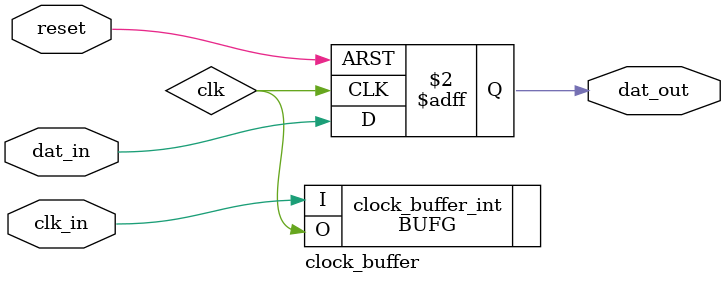
<source format=v>

module clock_buffer( reset, clk_in, dat_in, dat_out);
    input reset;
    input clk_in;
    input dat_in;
    output dat_out;

    wire clk;
    reg dat_out;
    
    BUFG clock_buffer_int( .I (clk_in ), .O ( clk ));

    always @( posedge clk or posedge reset )
        begin
            if (reset)
                dat_out <= 1'b0;
            else
                dat_out <= dat_in;
        end
        
endmodule
</source>
